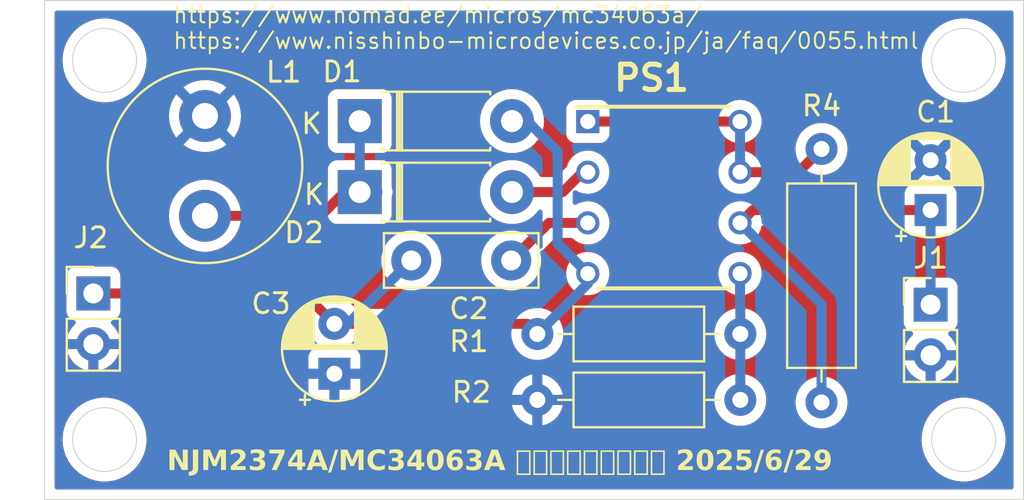
<source format=kicad_pcb>
(kicad_pcb (version 20240108) (generator "pcbnew") (generator_version "8.0")
  (layers (0 "F.Cu" signal) (31 "B.Cu" signal) (34 "B.Paste" user) (35 "F.Paste" user) (36 "B.SilkS" user "B.Silkscreen") (37 "F.SilkS" user "F.Silkscreen") (38 "B.Mask" user) (39 "F.Mask" user) (44 "Edge.Cuts" user))
  (net 0 "")
  (net 1 "Vin")
  (net 2 "GND")
  (net 3 "Vout")
  (net 4 "Net-(PS1-CT)")
  (net 5 "Net-(D1-K)")
  (net 6 "Net-(D2-A)")
  (net 7 "Net-(PS1-CD)")
  (net 8 "Net-(PS1-IN+)")
  (footprint "Resistor_THT:R_Axial_DIN0309_L9.0mm_D3.2mm_P12.70mm_Horizontal" (layer "F.Cu") (at 119.888 83.439 -90)
    (property "Reference" "R4" (at -2.159 0 180) (layer "F.SilkS"))
    (property "Value" "Rsc_0.56ohm/1W")
    (fp_line (start 1.73 1.72) (end 10.97 1.72) (stroke (width 0.12)) (layer "F.SilkS"))
    (fp_line (start 10.97 1.72) (end 10.97 -1.72) (stroke (width 0.12)) (layer "F.SilkS"))
    (fp_line (start 1.04 0) (end 1.73 0) (stroke (width 0.12)) (layer "F.SilkS"))
    (fp_line (start 11.66 0) (end 10.97 0) (stroke (width 0.12)) (layer "F.SilkS"))
    (fp_line (start 1.73 -1.72) (end 1.73 1.72) (stroke (width 0.12)) (layer "F.SilkS"))
    (fp_line (start 10.97 -1.72) (end 1.73 -1.72) (stroke (width 0.12)) (layer "F.SilkS"))
    (pad "1" thru_hole circle (at 0 0 270) (size 1.6 1.6) (drill 0.8) (layers "*.Cu" "*.Mask") (net 7 "Net-(PS1-CD)"))
    (pad "2" thru_hole oval (at 12.7 0 270) (size 1.6 1.6) (drill 0.8) (layers "*.Cu" "*.Mask") (net 1 "Vin"))
  )
  (footprint "Capacitor_THT:CP_Radial_D5.0mm_P2.50mm" (layer "F.Cu") (at 95.504 94.702 90)
    (property "Reference" "C3" (at 3.516 -3.175 0) (layer "F.SilkS"))
    (property "Value" "Co_1000uF/25V")
    (fp_line (start 1.29 -2.58) (end 1.29 2.58) (stroke (width 0.12)) (layer "F.SilkS"))
    (fp_line (start 1.25 -2.58) (end 1.25 2.58) (stroke (width 0.12)) (layer "F.SilkS"))
    (fp_line (start 1.33 -2.579) (end 1.33 2.579) (stroke (width 0.12)) (layer "F.SilkS"))
    (fp_line (start 1.37 -2.578) (end 1.37 2.578) (stroke (width 0.12)) (layer "F.SilkS"))
    (fp_line (start 1.41 -2.576) (end 1.41 2.576) (stroke (width 0.12)) (layer "F.SilkS"))
    (fp_line (start 1.45 -2.573) (end 1.45 2.573) (stroke (width 0.12)) (layer "F.SilkS"))
    (fp_line (start 1.49 -2.569) (end 1.49 -1.04) (stroke (width 0.12)) (layer "F.SilkS"))
    (fp_line (start 1.53 -2.565) (end 1.53 -1.04) (stroke (width 0.12)) (layer "F.SilkS"))
    (fp_line (start 1.57 -2.561) (end 1.57 -1.04) (stroke (width 0.12)) (layer "F.SilkS"))
    (fp_line (start 1.61 -2.556) (end 1.61 -1.04) (stroke (width 0.12)) (layer "F.SilkS"))
    (fp_line (start 1.65 -2.55) (end 1.65 -1.04) (stroke (width 0.12)) (layer "F.SilkS"))
    (fp_line (start 1.69 -2.543) (end 1.69 -1.04) (stroke (width 0.12)) (layer "F.SilkS"))
    (fp_line (start 1.73 -2.536) (end 1.73 -1.04) (stroke (width 0.12)) (layer "F.SilkS"))
    (fp_line (start 1.77 -2.528) (end 1.77 -1.04) (stroke (width 0.12)) (layer "F.SilkS"))
    (fp_line (start 1.81 -2.52) (end 1.81 -1.04) (stroke (width 0.12)) (layer "F.SilkS"))
    (fp_line (start 1.85 -2.511) (end 1.85 -1.04) (stroke (width 0.12)) (layer "F.SilkS"))
    (fp_line (start 1.89 -2.501) (end 1.89 -1.04) (stroke (width 0.12)) (layer "F.SilkS"))
    (fp_line (start 1.93 -2.491) (end 1.93 -1.04) (stroke (width 0.12)) (layer "F.SilkS"))
    (fp_line (start 1.971 -2.48) (end 1.971 -1.04) (stroke (width 0.12)) (layer "F.SilkS"))
    (fp_line (start 2.011 -2.468) (end 2.011 -1.04) (stroke (width 0.12)) (layer "F.SilkS"))
    (fp_line (start 2.051 -2.455) (end 2.051 -1.04) (stroke (width 0.12)) (layer "F.SilkS"))
    (fp_line (start 2.091 -2.442) (end 2.091 -1.04) (stroke (width 0.12)) (layer "F.SilkS"))
    (fp_line (start 2.131 -2.428) (end 2.131 -1.04) (stroke (width 0.12)) (layer "F.SilkS"))
    (fp_line (start 2.171 -2.414) (end 2.171 -1.04) (stroke (width 0.12)) (layer "F.SilkS"))
    (fp_line (start 2.211 -2.398) (end 2.211 -1.04) (stroke (width 0.12)) (layer "F.SilkS"))
    (fp_line (start 2.251 -2.382) (end 2.251 -1.04) (stroke (width 0.12)) (layer "F.SilkS"))
    (fp_line (start 2.291 -2.365) (end 2.291 -1.04) (stroke (width 0.12)) (layer "F.SilkS"))
    (fp_line (start 2.331 -2.348) (end 2.331 -1.04) (stroke (width 0.12)) (layer "F.SilkS"))
    (fp_line (start 2.371 -2.329) (end 2.371 -1.04) (stroke (width 0.12)) (layer "F.SilkS"))
    (fp_line (start 2.411 -2.31) (end 2.411 -1.04) (stroke (width 0.12)) (layer "F.SilkS"))
    (fp_line (start 2.451 -2.29) (end 2.451 -1.04) (stroke (width 0.12)) (layer "F.SilkS"))
    (fp_line (start 2.491 -2.268) (end 2.491 -1.04) (stroke (width 0.12)) (layer "F.SilkS"))
    (fp_line (start 2.531 -2.247) (end 2.531 -1.04) (stroke (width 0.12)) (layer "F.SilkS"))
    (fp_line (start 2.571 -2.224) (end 2.571 -1.04) (stroke (width 0.12)) (layer "F.SilkS"))
    (fp_line (start 2.611 -2.2) (end 2.611 -1.04) (stroke (width 0.12)) (layer "F.SilkS"))
    (fp_line (start 2.651 -2.175) (end 2.651 -1.04) (stroke (width 0.12)) (layer "F.SilkS"))
    (fp_line (start 2.691 -2.149) (end 2.691 -1.04) (stroke (width 0.12)) (layer "F.SilkS"))
    (fp_line (start 2.731 -2.122) (end 2.731 -1.04) (stroke (width 0.12)) (layer "F.SilkS"))
    (fp_line (start 2.771 -2.095) (end 2.771 -1.04) (stroke (width 0.12)) (layer "F.SilkS"))
    (fp_line (start 2.811 -2.065) (end 2.811 -1.04) (stroke (width 0.12)) (layer "F.SilkS"))
    (fp_line (start 2.851 -2.035) (end 2.851 -1.04) (stroke (width 0.12)) (layer "F.SilkS"))
    (fp_line (start 2.891 -2.004) (end 2.891 -1.04) (stroke (width 0.12)) (layer "F.SilkS"))
    (fp_line (start 2.931 -1.971) (end 2.931 -1.04) (stroke (width 0.12)) (layer "F.SilkS"))
    (fp_line (start 2.971 -1.937) (end 2.971 -1.04) (stroke (width 0.12)) (layer "F.SilkS"))
    (fp_line (start 3.011 -1.901) (end 3.011 -1.04) (stroke (width 0.12)) (layer "F.SilkS"))
    (fp_line (start 3.051 -1.864) (end 3.051 -1.04) (stroke (width 0.12)) (layer "F.SilkS"))
    (fp_line (start 3.091 -1.826) (end 3.091 -1.04) (stroke (width 0.12)) (layer "F.SilkS"))
    (fp_line (start 3.131 -1.785) (end 3.131 -1.04) (stroke (width 0.12)) (layer "F.SilkS"))
    (fp_line (start 3.171 -1.743) (end 3.171 -1.04) (stroke (width 0.12)) (layer "F.SilkS"))
    (fp_line (start -1.304775 -1.725) (end -1.304775 -1.225) (stroke (width 0.12)) (layer "F.SilkS"))
    (fp_line (start 3.211 -1.699) (end 3.211 -1.04) (stroke (width 0.12)) (layer "F.SilkS"))
    (fp_line (start 3.251 -1.653) (end 3.251 -1.04) (stroke (width 0.12)) (layer "F.SilkS"))
    (fp_line (start 3.291 -1.605) (end 3.291 -1.04) (stroke (width 0.12)) (layer "F.SilkS"))
    (fp_line (start 3.331 -1.554) (end 3.331 -1.04) (stroke (width 0.12)) (layer "F.SilkS"))
    (fp_line (start 3.371 -1.5) (end 3.371 -1.04) (stroke (width 0.12)) (layer "F.SilkS"))
    (fp_line (start -1.554775 -1.475) (end -1.054775 -1.475) (stroke (width 0.12)) (layer "F.SilkS"))
    (fp_line (start 3.411 -1.443) (end 3.411 -1.04) (stroke (width 0.12)) (layer "F.SilkS"))
    (fp_line (start 3.451 -1.383) (end 3.451 -1.04) (stroke (width 0.12)) (layer "F.SilkS"))
    (fp_line (start 3.491 -1.319) (end 3.491 -1.04) (stroke (width 0.12)) (layer "F.SilkS"))
    (fp_line (start 3.531 -1.251) (end 3.531 -1.04) (stroke (width 0.12)) (layer "F.SilkS"))
    (fp_line (start 3.571 -1.178) (end 3.571 1.178) (stroke (width 0.12)) (layer "F.SilkS"))
    (fp_line (start 3.611 -1.098) (end 3.611 1.098) (stroke (width 0.12)) (layer "F.SilkS"))
    (fp_line (start 3.651 -1.011) (end 3.651 1.011) (stroke (width 0.12)) (layer "F.SilkS"))
    (fp_line (start 3.691 -0.915) (end 3.691 0.915) (stroke (width 0.12)) (layer "F.SilkS"))
    (fp_line (start 3.731 -0.805) (end 3.731 0.805) (stroke (width 0.12)) (layer "F.SilkS"))
    (fp_line (start 3.771 -0.677) (end 3.771 0.677) (stroke (width 0.12)) (layer "F.SilkS"))
    (fp_line (start 3.811 -0.518) (end 3.811 0.518) (stroke (width 0.12)) (layer "F.SilkS"))
    (fp_line (start 3.851 -0.284) (end 3.851 0.284) (stroke (width 0.12)) (layer "F.SilkS"))
    (fp_line (start 3.531 1.04) (end 3.531 1.251) (stroke (width 0.12)) (layer "F.SilkS"))
    (fp_line (start 3.491 1.04) (end 3.491 1.319) (stroke (width 0.12)) (layer "F.SilkS"))
    (fp_line (start 3.451 1.04) (end 3.451 1.383) (stroke (width 0.12)) (layer "F.SilkS"))
    (fp_line (start 3.411 1.04) (end 3.411 1.443) (stroke (width 0.12)) (layer "F.SilkS"))
    (fp_line (start 3.371 1.04) (end 3.371 1.5) (stroke (width 0.12)) (layer "F.SilkS"))
    (fp_line (start 3.331 1.04) (end 3.331 1.554) (stroke (width 0.12)) (layer "F.SilkS"))
    (fp_line (start 3.291 1.04) (end 3.291 1.605) (stroke (width 0.12)) (layer "F.SilkS"))
    (fp_line (start 3.251 1.04) (end 3.251 1.653) (stroke (width 0.12)) (layer "F.SilkS"))
    (fp_line (start 3.211 1.04) (end 3.211 1.699) (stroke (width 0.12)) (layer "F.SilkS"))
    (fp_line (start 3.171 1.04) (end 3.171 1.743) (stroke (width 0.12)) (layer "F.SilkS"))
    (fp_line (start 3.131 1.04) (end 3.131 1.785) (stroke (width 0.12)) (layer "F.SilkS"))
    (fp_line (start 3.091 1.04) (end 3.091 1.826) (stroke (width 0.12)) (layer "F.SilkS"))
    (fp_line (start 3.051 1.04) (end 3.051 1.864) (stroke (width 0.12)) (layer "F.SilkS"))
    (fp_line (start 3.011 1.04) (end 3.011 1.901) (stroke (width 0.12)) (layer "F.SilkS"))
    (fp_line (start 2.971 1.04) (end 2.971 1.937) (stroke (width 0.12)) (layer "F.SilkS"))
    (fp_line (start 2.931 1.04) (end 2.931 1.971) (stroke (width 0.12)) (layer "F.SilkS"))
    (fp_line (start 2.891 1.04) (end 2.891 2.004) (stroke (width 0.12)) (layer "F.SilkS"))
    (fp_line (start 2.851 1.04) (end 2.851 2.035) (stroke (width 0.12)) (layer "F.SilkS"))
    (fp_line (start 2.811 1.04) (end 2.811 2.065) (stroke (width 0.12)) (layer "F.SilkS"))
    (fp_line (start 2.771 1.04) (end 2.771 2.095) (stroke (width 0.12)) (layer "F.SilkS"))
    (fp_line (start 2.731 1.04) (end 2.731 2.122) (stroke (width 0.12)) (layer "F.SilkS"))
    (fp_line (start 2.691 1.04) (end 2.691 2.149) (stroke (width 0.12)) (layer "F.SilkS"))
    (fp_line (start 2.651 1.04) (end 2.651 2.175) (stroke (width 0.12)) (layer "F.SilkS"))
    (fp_line (start 2.611 1.04) (end 2.611 2.2) (stroke (width 0.12)) (layer "F.SilkS"))
    (fp_line (start 2.571 1.04) (end 2.571 2.224) (stroke (width 0.12)) (layer "F.SilkS"))
    (fp_line (start 2.531 1.04) (end 2.531 2.247) (stroke (width 0.12)) (layer "F.SilkS"))
    (fp_line (start 2.491 1.04) (end 2.491 2.268) (stroke (width 0.12)) (layer "F.SilkS"))
    (fp_line (start 2.451 1.04) (end 2.451 2.29) (stroke (width 0.12)) (layer "F.SilkS"))
    (fp_line (start 2.411 1.04) (end 2.411 2.31) (stroke (width 0.12)) (layer "F.SilkS"))
    (fp_line (start 2.371 1.04) (end 2.371 2.329) (stroke (width 0.12)) (layer "F.SilkS"))
    (fp_line (start 2.331 1.04) (end 2.331 2.348) (stroke (width 0.12)) (layer "F.SilkS"))
    (fp_line (start 2.291 1.04) (end 2.291 2.365) (stroke (width 0.12)) (layer "F.SilkS"))
    (fp_line (start 2.251 1.04) (end 2.251 2.382) (stroke (width 0.12)) (layer "F.SilkS"))
    (fp_line (start 2.211 1.04) (end 2.211 2.398) (stroke (width 0.12)) (layer "F.SilkS"))
    (fp_line (start 2.171 1.04) (end 2.171 2.414) (stroke (width 0.12)) (layer "F.SilkS"))
    (fp_line (start 2.131 1.04) (end 2.131 2.428) (stroke (width 0.12)) (layer "F.SilkS"))
    (fp_line (start 2.091 1.04) (end 2.091 2.442) (stroke (width 0.12)) (layer "F.SilkS"))
    (fp_line (start 2.051 1.04) (end 2.051 2.455) (stroke (width 0.12)) (layer "F.SilkS"))
    (fp_line (start 2.011 1.04) (end 2.011 2.468) (stroke (width 0.12)) (layer "F.SilkS"))
    (fp_line (start 1.971 1.04) (end 1.971 2.48) (stroke (width 0.12)) (layer "F.SilkS"))
    (fp_line (start 1.93 1.04) (end 1.93 2.491) (stroke (width 0.12)) (layer "F.SilkS"))
    (fp_line (start 1.89 1.04) (end 1.89 2.501) (stroke (width 0.12)) (layer "F.SilkS"))
    (fp_line (start 1.85 1.04) (end 1.85 2.511) (stroke (width 0.12)) (layer "F.SilkS"))
    (fp_line (start 1.81 1.04) (end 1.81 2.52) (stroke (width 0.12)) (layer "F.SilkS"))
    (fp_line (start 1.77 1.04) (end 1.77 2.528) (stroke (width 0.12)) (layer "F.SilkS"))
    (fp_line (start 1.73 1.04) (end 1.73 2.536) (stroke (width 0.12)) (layer "F.SilkS"))
    (fp_line (start 1.69 1.04) (end 1.69 2.543) (stroke (width 0.12)) (layer "F.SilkS"))
    (fp_line (start 1.65 1.04) (end 1.65 2.55) (stroke (width 0.12)) (layer "F.SilkS"))
    (fp_line (start 1.61 1.04) (end 1.61 2.556) (stroke (width 0.12)) (layer "F.SilkS"))
    (fp_line (start 1.57 1.04) (end 1.57 2.561) (stroke (width 0.12)) (layer "F.SilkS"))
    (fp_line (start 1.53 1.04) (end 1.53 2.565) (stroke (width 0.12)) (layer "F.SilkS"))
    (fp_line (start 1.49 1.04) (end 1.49 2.569) (stroke (width 0.12)) (layer "F.SilkS"))
    (fp_circle (center 1.25 0) (end 3.87 0) (stroke (width 0.12)) (fill none) (layer "F.SilkS"))
    (pad "1" thru_hole rect (at 0 0 90) (size 1.6 1.6) (drill 0.8) (layers "*.Cu" "*.Mask") (net 2 "GND"))
    (pad "2" thru_hole circle (at 2.5 0 90) (size 1.6 1.6) (drill 0.8) (layers "*.Cu" "*.Mask") (net 3 "Vout"))
  )
  (footprint "Resistor_THT:R_Axial_DIN0207_L6.3mm_D2.5mm_P10.16mm_Horizontal" (layer "F.Cu") (at 105.664 92.71)
    (property "Reference" "R1" (at -3.429 0.381 0) (layer "F.SilkS"))
    (property "Value" "1.5K")
    (fp_line (start 1.04 0) (end 1.81 0) (stroke (width 0.12)) (layer "F.SilkS"))
    (fp_line (start 1.81 -1.37) (end 1.81 1.37) (stroke (width 0.12)) (layer "F.SilkS"))
    (fp_line (start 1.81 1.37) (end 8.35 1.37) (stroke (width 0.12)) (layer "F.SilkS"))
    (fp_line (start 8.35 -1.37) (end 1.81 -1.37) (stroke (width 0.12)) (layer "F.SilkS"))
    (fp_line (start 8.35 1.37) (end 8.35 -1.37) (stroke (width 0.12)) (layer "F.SilkS"))
    (fp_line (start 9.12 0) (end 8.35 0) (stroke (width 0.12)) (layer "F.SilkS"))
    (pad "1" thru_hole circle (at 0 0) (size 1.6 1.6) (drill 0.8) (layers "*.Cu" "*.Mask") (net 3 "Vout"))
    (pad "2" thru_hole oval (at 10.16 0) (size 1.6 1.6) (drill 0.8) (layers "*.Cu" "*.Mask") (net 8 "Net-(PS1-IN+)"))
  )
  (footprint "Diode_THT:D_DO-41_SOD81_P7.62mm_Horizontal" (layer "F.Cu") (at 96.774 82.042)
    (property "Reference" "D1" (at -0.889 -2.47 0) (layer "F.SilkS"))
    (property "Value" "D_Schottky")
    (fp_line (start 1.09 -1.47) (end 6.53 -1.47) (stroke (width 0.12)) (layer "F.SilkS"))
    (fp_line (start 1.09 -1.34) (end 1.09 -1.47) (stroke (width 0.12)) (layer "F.SilkS"))
    (fp_line (start 1.09 1.34) (end 1.09 1.47) (stroke (width 0.12)) (layer "F.SilkS"))
    (fp_line (start 1.09 1.47) (end 6.53 1.47) (stroke (width 0.12)) (layer "F.SilkS"))
    (fp_line (start 1.87 -1.47) (end 1.87 1.47) (stroke (width 0.12)) (layer "F.SilkS"))
    (fp_line (start 1.99 -1.47) (end 1.99 1.47) (stroke (width 0.12)) (layer "F.SilkS"))
    (fp_line (start 2.11 -1.47) (end 2.11 1.47) (stroke (width 0.12)) (layer "F.SilkS"))
    (fp_line (start 6.53 -1.47) (end 6.53 -1.34) (stroke (width 0.12)) (layer "F.SilkS"))
    (fp_line (start 6.53 1.47) (end 6.53 1.34) (stroke (width 0.12)) (layer "F.SilkS"))
    (fp_text user "K" (at -2.413 0.127 0) (layer "F.SilkS"))
    (pad "1" thru_hole rect (at 0 0) (size 2.2 2.2) (drill 1.1) (layers "*.Cu" "*.Mask") (net 5 "Net-(D1-K)"))
    (pad "2" thru_hole oval (at 7.62 0) (size 2.2 2.2) (drill 1.1) (layers "*.Cu" "*.Mask") (net 3 "Vout"))
  )
  (footprint "Connector_PinHeader_2.54mm:PinHeader_1x02_P2.54mm_Vertical" (layer "F.Cu") (at 83.439 90.678)
    (property "Reference" "J2" (at -0.127 -2.789 180) (layer "F.SilkS"))
    (property "Value" "Conn_01x02")
    (fp_line (start -1.33 -1.33) (end 0 -1.33) (stroke (width 0.12)) (layer "F.SilkS"))
    (fp_line (start -1.33 0) (end -1.33 -1.33) (stroke (width 0.12)) (layer "F.SilkS"))
    (fp_line (start -1.33 1.27) (end -1.33 3.87) (stroke (width 0.12)) (layer "F.SilkS"))
    (fp_line (start -1.33 1.27) (end 1.33 1.27) (stroke (width 0.12)) (layer "F.SilkS"))
    (fp_line (start -1.33 3.87) (end 1.33 3.87) (stroke (width 0.12)) (layer "F.SilkS"))
    (fp_line (start 1.33 1.27) (end 1.33 3.87) (stroke (width 0.12)) (layer "F.SilkS"))
    (pad "1" thru_hole rect (at 0 0) (size 1.7 1.7) (drill 1) (layers "*.Cu" "*.Mask") (net 3 "Vout"))
    (pad "2" thru_hole oval (at 0 2.54) (size 1.7 1.7) (drill 1) (layers "*.Cu" "*.Mask") (net 2 "GND"))
  )
  (footprint "Diode_THT:D_DO-41_SOD81_P7.62mm_Horizontal" (layer "F.Cu") (at 96.774 85.598)
    (property "Reference" "D2" (at -2.794 2.032 180) (layer "F.SilkS"))
    (property "Value" "D_Schottky")
    (fp_line (start 1.09 -1.47) (end 6.53 -1.47) (stroke (width 0.12)) (layer "F.SilkS"))
    (fp_line (start 1.09 -1.34) (end 1.09 -1.47) (stroke (width 0.12)) (layer "F.SilkS"))
    (fp_line (start 1.09 1.34) (end 1.09 1.47) (stroke (width 0.12)) (layer "F.SilkS"))
    (fp_line (start 1.09 1.47) (end 6.53 1.47) (stroke (width 0.12)) (layer "F.SilkS"))
    (fp_line (start 1.87 -1.47) (end 1.87 1.47) (stroke (width 0.12)) (layer "F.SilkS"))
    (fp_line (start 1.99 -1.47) (end 1.99 1.47) (stroke (width 0.12)) (layer "F.SilkS"))
    (fp_line (start 2.11 -1.47) (end 2.11 1.47) (stroke (width 0.12)) (layer "F.SilkS"))
    (fp_line (start 6.53 -1.47) (end 6.53 -1.34) (stroke (width 0.12)) (layer "F.SilkS"))
    (fp_line (start 6.53 1.47) (end 6.53 1.34) (stroke (width 0.12)) (layer "F.SilkS"))
    (fp_text user "K" (at -2.286 0.127 0) (layer "F.SilkS"))
    (pad "1" thru_hole rect (at 0 0) (size 2.2 2.2) (drill 1.1) (layers "*.Cu" "*.Mask") (net 5 "Net-(D1-K)"))
    (pad "2" thru_hole oval (at 7.62 0) (size 2.2 2.2) (drill 1.1) (layers "*.Cu" "*.Mask") (net 6 "Net-(D2-A)"))
  )
  (footprint "Resistor_THT:R_Axial_DIN0207_L6.3mm_D2.5mm_P10.16mm_Horizontal" (layer "F.Cu") (at 115.824 96.012 180)
    (property "Reference" "R2" (at 13.462 0.381 0) (layer "F.SilkS"))
    (property "Value" "13K")
    (fp_line (start 9.12 0) (end 8.35 0) (stroke (width 0.12)) (layer "F.SilkS"))
    (fp_line (start 8.35 1.37) (end 8.35 -1.37) (stroke (width 0.12)) (layer "F.SilkS"))
    (fp_line (start 8.35 -1.37) (end 1.81 -1.37) (stroke (width 0.12)) (layer "F.SilkS"))
    (fp_line (start 1.81 1.37) (end 8.35 1.37) (stroke (width 0.12)) (layer "F.SilkS"))
    (fp_line (start 1.81 -1.37) (end 1.81 1.37) (stroke (width 0.12)) (layer "F.SilkS"))
    (fp_line (start 1.04 0) (end 1.81 0) (stroke (width 0.12)) (layer "F.SilkS"))
    (pad "1" thru_hole circle (at 0 0 180) (size 1.6 1.6) (drill 0.8) (layers "*.Cu" "*.Mask") (net 8 "Net-(PS1-IN+)"))
    (pad "2" thru_hole oval (at 10.16 0 180) (size 1.6 1.6) (drill 0.8) (layers "*.Cu" "*.Mask") (net 2 "GND"))
  )
  (footprint "Capacitor_THT:CP_Radial_D5.0mm_P2.50mm" (layer "F.Cu") (at 125.349 86.5 90)
    (property "Reference" "C1" (at 4.913 0.254 180) (layer "F.SilkS"))
    (property "Value" "100uF/25V")
    (fp_line (start 1.29 -2.58) (end 1.29 2.58) (stroke (width 0.12)) (layer "F.SilkS"))
    (fp_line (start 1.25 -2.58) (end 1.25 2.58) (stroke (width 0.12)) (layer "F.SilkS"))
    (fp_line (start 1.33 -2.579) (end 1.33 2.579) (stroke (width 0.12)) (layer "F.SilkS"))
    (fp_line (start 1.37 -2.578) (end 1.37 2.578) (stroke (width 0.12)) (layer "F.SilkS"))
    (fp_line (start 1.41 -2.576) (end 1.41 2.576) (stroke (width 0.12)) (layer "F.SilkS"))
    (fp_line (start 1.45 -2.573) (end 1.45 2.573) (stroke (width 0.12)) (layer "F.SilkS"))
    (fp_line (start 1.49 -2.569) (end 1.49 -1.04) (stroke (width 0.12)) (layer "F.SilkS"))
    (fp_line (start 1.53 -2.565) (end 1.53 -1.04) (stroke (width 0.12)) (layer "F.SilkS"))
    (fp_line (start 1.57 -2.561) (end 1.57 -1.04) (stroke (width 0.12)) (layer "F.SilkS"))
    (fp_line (start 1.61 -2.556) (end 1.61 -1.04) (stroke (width 0.12)) (layer "F.SilkS"))
    (fp_line (start 1.65 -2.55) (end 1.65 -1.04) (stroke (width 0.12)) (layer "F.SilkS"))
    (fp_line (start 1.69 -2.543) (end 1.69 -1.04) (stroke (width 0.12)) (layer "F.SilkS"))
    (fp_line (start 1.73 -2.536) (end 1.73 -1.04) (stroke (width 0.12)) (layer "F.SilkS"))
    (fp_line (start 1.77 -2.528) (end 1.77 -1.04) (stroke (width 0.12)) (layer "F.SilkS"))
    (fp_line (start 1.81 -2.52) (end 1.81 -1.04) (stroke (width 0.12)) (layer "F.SilkS"))
    (fp_line (start 1.85 -2.511) (end 1.85 -1.04) (stroke (width 0.12)) (layer "F.SilkS"))
    (fp_line (start 1.89 -2.501) (end 1.89 -1.04) (stroke (width 0.12)) (layer "F.SilkS"))
    (fp_line (start 1.93 -2.491) (end 1.93 -1.04) (stroke (width 0.12)) (layer "F.SilkS"))
    (fp_line (start 1.971 -2.48) (end 1.971 -1.04) (stroke (width 0.12)) (layer "F.SilkS"))
    (fp_line (start 2.011 -2.468) (end 2.011 -1.04) (stroke (width 0.12)) (layer "F.SilkS"))
    (fp_line (start 2.051 -2.455) (end 2.051 -1.04) (stroke (width 0.12)) (layer "F.SilkS"))
    (fp_line (start 2.091 -2.442) (end 2.091 -1.04) (stroke (width 0.12)) (layer "F.SilkS"))
    (fp_line (start 2.131 -2.428) (end 2.131 -1.04) (stroke (width 0.12)) (layer "F.SilkS"))
    (fp_line (start 2.171 -2.414) (end 2.171 -1.04) (stroke (width 0.12)) (layer "F.SilkS"))
    (fp_line (start 2.211 -2.398) (end 2.211 -1.04) (stroke (width 0.12)) (layer "F.SilkS"))
    (fp_line (start 2.251 -2.382) (end 2.251 -1.04) (stroke (width 0.12)) (layer "F.SilkS"))
    (fp_line (start 2.291 -2.365) (end 2.291 -1.04) (stroke (width 0.12)) (layer "F.SilkS"))
    (fp_line (start 2.331 -2.348) (end 2.331 -1.04) (stroke (width 0.12)) (layer "F.SilkS"))
    (fp_line (start 2.371 -2.329) (end 2.371 -1.04) (stroke (width 0.12)) (layer "F.SilkS"))
    (fp_line (start 2.411 -2.31) (end 2.411 -1.04) (stroke (width 0.12)) (layer "F.SilkS"))
    (fp_line (start 2.451 -2.29) (end 2.451 -1.04) (stroke (width 0.12)) (layer "F.SilkS"))
    (fp_line (start 2.491 -2.268) (end 2.491 -1.04) (stroke (width 0.12)) (layer "F.SilkS"))
    (fp_line (start 2.531 -2.247) (end 2.531 -1.04) (stroke (width 0.12)) (layer "F.SilkS"))
    (fp_line (start 2.571 -2.224) (end 2.571 -1.04) (stroke (width 0.12)) (layer "F.SilkS"))
    (fp_line (start 2.611 -2.2) (end 2.611 -1.04) (stroke (width 0.12)) (layer "F.SilkS"))
    (fp_line (start 2.651 -2.175) (end 2.651 -1.04) (stroke (width 0.12)) (layer "F.SilkS"))
    (fp_line (start 2.691 -2.149) (end 2.691 -1.04) (stroke (width 0.12)) (layer "F.SilkS"))
    (fp_line (start 2.731 -2.122) (end 2.731 -1.04) (stroke (width 0.12)) (layer "F.SilkS"))
    (fp_line (start 2.771 -2.095) (end 2.771 -1.04) (stroke (width 0.12)) (layer "F.SilkS"))
    (fp_line (start 2.811 -2.065) (end 2.811 -1.04) (stroke (width 0.12)) (layer "F.SilkS"))
    (fp_line (start 2.851 -2.035) (end 2.851 -1.04) (stroke (width 0.12)) (layer "F.SilkS"))
    (fp_line (start 2.891 -2.004) (end 2.891 -1.04) (stroke (width 0.12)) (layer "F.SilkS"))
    (fp_line (start 2.931 -1.971) (end 2.931 -1.04) (stroke (width 0.12)) (layer "F.SilkS"))
    (fp_line (start 2.971 -1.937) (end 2.971 -1.04) (stroke (width 0.12)) (layer "F.SilkS"))
    (fp_line (start 3.011 -1.901) (end 3.011 -1.04) (stroke (width 0.12)) (layer "F.SilkS"))
    (fp_line (start 3.051 -1.864) (end 3.051 -1.04) (stroke (width 0.12)) (layer "F.SilkS"))
    (fp_line (start 3.091 -1.826) (end 3.091 -1.04) (stroke (width 0.12)) (layer "F.SilkS"))
    (fp_line (start 3.131 -1.785) (end 3.131 -1.04) (stroke (width 0.12)) (layer "F.SilkS"))
    (fp_line (start 3.171 -1.743) (end 3.171 -1.04) (stroke (width 0.12)) (layer "F.SilkS"))
    (fp_line (start -1.304775 -1.725) (end -1.304775 -1.225) (stroke (width 0.12)) (layer "F.SilkS"))
    (fp_line (start 3.211 -1.699) (end 3.211 -1.04) (stroke (width 0.12)) (layer "F.SilkS"))
    (fp_line (start 3.251 -1.653) (end 3.251 -1.04) (stroke (width 0.12)) (layer "F.SilkS"))
    (fp_line (start 3.291 -1.605) (end 3.291 -1.04) (stroke (width 0.12)) (layer "F.SilkS"))
    (fp_line (start 3.331 -1.554) (end 3.331 -1.04) (stroke (width 0.12)) (layer "F.SilkS"))
    (fp_line (start 3.371 -1.5) (end 3.371 -1.04) (stroke (width 0.12)) (layer "F.SilkS"))
    (fp_line (start -1.554775 -1.475) (end -1.054775 -1.475) (stroke (width 0.12)) (layer "F.SilkS"))
    (fp_line (start 3.411 -1.443) (end 3.411 -1.04) (stroke (width 0.12)) (layer "F.SilkS"))
    (fp_line (start 3.451 -1.383) (end 3.451 -1.04) (stroke (width 0.12)) (layer "F.SilkS"))
    (fp_line (start 3.491 -1.319) (end 3.491 -1.04) (stroke (width 0.12)) (layer "F.SilkS"))
    (fp_line (start 3.531 -1.251) (end 3.531 -1.04) (stroke (width 0.12)) (layer "F.SilkS"))
    (fp_line (start 3.571 -1.178) (end 3.571 1.178) (stroke (width 0.12)) (layer "F.SilkS"))
    (fp_line (start 3.611 -1.098) (end 3.611 1.098) (stroke (width 0.12)) (layer "F.SilkS"))
    (fp_line (start 3.651 -1.011) (end 3.651 1.011) (stroke (width 0.12)) (layer "F.SilkS"))
    (fp_line (start 3.691 -0.915) (end 3.691 0.915) (stroke (width 0.12)) (layer "F.SilkS"))
    (fp_line (start 3.731 -0.805) (end 3.731 0.805) (stroke (width 0.12)) (layer "F.SilkS"))
    (fp_line (start 3.771 -0.677) (end 3.771 0.677) (stroke (width 0.12)) (layer "F.SilkS"))
    (fp_line (start 3.811 -0.518) (end 3.811 0.518) (stroke (width 0.12)) (layer "F.SilkS"))
    (fp_line (start 3.851 -0.284) (end 3.851 0.284) (stroke (width 0.12)) (layer "F.SilkS"))
    (fp_line (start 3.531 1.04) (end 3.531 1.251) (stroke (width 0.12)) (layer "F.SilkS"))
    (fp_line (start 3.491 1.04) (end 3.491 1.319) (stroke (width 0.12)) (layer "F.SilkS"))
    (fp_line (start 3.451 1.04) (end 3.451 1.383) (stroke (width 0.12)) (layer "F.SilkS"))
    (fp_line (start 3.411 1.04) (end 3.411 1.443) (stroke (width 0.12)) (layer "F.SilkS"))
    (fp_line (start 3.371 1.04) (end 3.371 1.5) (stroke (width 0.12)) (layer "F.SilkS"))
    (fp_line (start 3.331 1.04) (end 3.331 1.554) (stroke (width 0.12)) (layer "F.SilkS"))
    (fp_line (start 3.291 1.04) (end 3.291 1.605) (stroke (width 0.12)) (layer "F.SilkS"))
    (fp_line (start 3.251 1.04) (end 3.251 1.653) (stroke (width 0.12)) (layer "F.SilkS"))
    (fp_line (start 3.211 1.04) (end 3.211 1.699) (stroke (width 0.12)) (layer "F.SilkS"))
    (fp_line (start 3.171 1.04) (end 3.171 1.743) (stroke (width 0.12)) (layer "F.SilkS"))
    (fp_line (start 3.131 1.04) (end 3.131 1.785) (stroke (width 0.12)) (layer "F.SilkS"))
    (fp_line (start 3.091 1.04) (end 3.091 1.826) (stroke (width 0.12)) (layer "F.SilkS"))
    (fp_line (start 3.051 1.04) (end 3.051 1.864) (stroke (width 0.12)) (layer "F.SilkS"))
    (fp_line (start 3.011 1.04) (end 3.011 1.901) (stroke (width 0.12)) (layer "F.SilkS"))
    (fp_line (start 2.971 1.04) (end 2.971 1.937) (stroke (width 0.12)) (layer "F.SilkS"))
    (fp_line (start 2.931 1.04) (end 2.931 1.971) (stroke (width 0.12)) (layer "F.SilkS"))
    (fp_line (start 2.891 1.04) (end 2.891 2.004) (stroke (width 0.12)) (layer "F.SilkS"))
    (fp_line (start 2.851 1.04) (end 2.851 2.035) (stroke (width 0.12)) (layer "F.SilkS"))
    (fp_line (start 2.811 1.04) (end 2.811 2.065) (stroke (width 0.12)) (layer "F.SilkS"))
    (fp_line (start 2.771 1.04) (end 2.771 2.095) (stroke (width 0.12)) (layer "F.SilkS"))
    (fp_line (start 2.731 1.04) (end 2.731 2.122) (stroke (width 0.12)) (layer "F.SilkS"))
    (fp_line (start 2.691 1.04) (end 2.691 2.149) (stroke (width 0.12)) (layer "F.SilkS"))
    (fp_line (start 2.651 1.04) (end 2.651 2.175) (stroke (width 0.12)) (layer "F.SilkS"))
    (fp_line (start 2.611 1.04) (end 2.611 2.2) (stroke (width 0.12)) (layer "F.SilkS"))
    (fp_line (start 2.571 1.04) (end 2.571 2.224) (stroke (width 0.12)) (layer "F.SilkS"))
    (fp_line (start 2.531 1.04) (end 2.531 2.247) (stroke (width 0.12)) (layer "F.SilkS"))
    (fp_line (start 2.491 1.04) (end 2.491 2.268) (stroke (width 0.12)) (layer "F.SilkS"))
    (fp_line (start 2.451 1.04) (end 2.451 2.29) (stroke (width 0.12)) (layer "F.SilkS"))
    (fp_line (start 2.411 1.04) (end 2.411 2.31) (stroke (width 0.12)) (layer "F.SilkS"))
    (fp_line (start 2.371 1.04) (end 2.371 2.329) (stroke (width 0.12)) (layer "F.SilkS"))
    (fp_line (start 2.331 1.04) (end 2.331 2.348) (stroke (width 0.12)) (layer "F.SilkS"))
    (fp_line (start 2.291 1.04) (end 2.291 2.365) (stroke (width 0.12)) (layer "F.SilkS"))
    (fp_line (start 2.251 1.04) (end 2.251 2.382) (stroke (width 0.12)) (layer "F.SilkS"))
    (fp_line (start 2.211 1.04) (end 2.211 2.398) (stroke (width 0.12)) (layer "F.SilkS"))
    (fp_line (start 2.171 1.04) (end 2.171 2.414) (stroke (width 0.12)) (layer "F.SilkS"))
    (fp_line (start 2.131 1.04) (end 2.131 2.428) (stroke (width 0.12)) (layer "F.SilkS"))
    (fp_line (start 2.091 1.04) (end 2.091 2.442) (stroke (width 0.12)) (layer "F.SilkS"))
    (fp_line (start 2.051 1.04) (end 2.051 2.455) (stroke (width 0.12)) (layer "F.SilkS"))
    (fp_line (start 2.011 1.04) (end 2.011 2.468) (stroke (width 0.12)) (layer "F.SilkS"))
    (fp_line (start 1.971 1.04) (end 1.971 2.48) (stroke (width 0.12)) (layer "F.SilkS"))
    (fp_line (start 1.93 1.04) (end 1.93 2.491) (stroke (width 0.12)) (layer "F.SilkS"))
    (fp_line (start 1.89 1.04) (end 1.89 2.501) (stroke (width 0.12)) (layer "F.SilkS"))
    (fp_line (start 1.85 1.04) (end 1.85 2.511) (stroke (width 0.12)) (layer "F.SilkS"))
    (fp_line (start 1.81 1.04) (end 1.81 2.52) (stroke (width 0.12)) (layer "F.SilkS"))
    (fp_line (start 1.77 1.04) (end 1.77 2.528) (stroke (width 0.12)) (layer "F.SilkS"))
    (fp_line (start 1.73 1.04) (end 1.73 2.536) (stroke (width 0.12)) (layer "F.SilkS"))
    (fp_line (start 1.69 1.04) (end 1.69 2.543) (stroke (width 0.12)) (layer "F.SilkS"))
    (fp_line (start 1.65 1.04) (end 1.65 2.55) (stroke (width 0.12)) (layer "F.SilkS"))
    (fp_line (start 1.61 1.04) (end 1.61 2.556) (stroke (width 0.12)) (layer "F.SilkS"))
    (fp_line (start 1.57 1.04) (end 1.57 2.561) (stroke (width 0.12)) (layer "F.SilkS"))
    (fp_line (start 1.53 1.04) (end 1.53 2.565) (stroke (width 0.12)) (layer "F.SilkS"))
    (fp_line (start 1.49 1.04) (end 1.49 2.569) (stroke (width 0.12)) (layer "F.SilkS"))
    (fp_circle (center 1.25 0) (end 3.87 0) (stroke (width 0.12)) (fill none) (layer "F.SilkS"))
    (pad "1" thru_hole rect (at 0 0 90) (size 1.6 1.6) (drill 0.8) (layers "*.Cu" "*.Mask") (net 1 "Vin"))
    (pad "2" thru_hole circle (at 2.5 0 90) (size 1.6 1.6) (drill 0.8) (layers "*.Cu" "*.Mask") (net 2 "GND"))
  )
  (footprint "Connector_PinHeader_2.54mm:PinHeader_1x02_P2.54mm_Vertical" (layer "F.Cu") (at 125.349 91.239)
    (property "Reference" "J1" (at 0 -2.33 0) (layer "F.SilkS"))
    (property "Value" "Conn_01x02")
    (fp_line (start -1.33 -1.33) (end 0 -1.33) (stroke (width 0.12)) (layer "F.SilkS"))
    (fp_line (start -1.33 0) (end -1.33 -1.33) (stroke (width 0.12)) (layer "F.SilkS"))
    (fp_line (start -1.33 1.27) (end -1.33 3.87) (stroke (width 0.12)) (layer "F.SilkS"))
    (fp_line (start -1.33 1.27) (end 1.33 1.27) (stroke (width 0.12)) (layer "F.SilkS"))
    (fp_line (start -1.33 3.87) (end 1.33 3.87) (stroke (width 0.12)) (layer "F.SilkS"))
    (fp_line (start 1.33 1.27) (end 1.33 3.87) (stroke (width 0.12)) (layer "F.SilkS"))
    (pad "1" thru_hole rect (at 0 0) (size 1.7 1.7) (drill 1) (layers "*.Cu" "*.Mask") (net 1 "Vin"))
    (pad "2" thru_hole oval (at 0 2.54) (size 1.7 1.7) (drill 1) (layers "*.Cu" "*.Mask") (net 2 "GND"))
  )
  (footprint "SamacSys_Parts:DIP762W56P254L880H425Q8N" (layer "F.Cu") (at 112 85.873)
    (property "Reference" "PS1" (at -0.621 -5.99 0) (layer "F.SilkS") (effects (font (size 1.27 1.27) (thickness 0.254))))
    (property "Value" "NJM2374AD" (hide yes))
    (fp_line (start -4.39 -4.55) (end 3.3 -4.55) (stroke (width 0.2)) (layer "F.SilkS"))
    (fp_line (start -3.3 4.55) (end 3.3 4.55) (stroke (width 0.2)) (layer "F.SilkS"))
    (pad "1" thru_hole rect (at -3.81 -3.81) (size 1.16 1.16) (drill 0.76) (layers "*.Cu" "*.Mask") (net 7 "Net-(PS1-CD)"))
    (pad "2" thru_hole circle (at -3.81 -1.27) (size 1.16 1.16) (drill 0.76) (layers "*.Cu" "*.Mask") (net 6 "Net-(D2-A)"))
    (pad "3" thru_hole circle (at -3.81 1.27) (size 1.16 1.16) (drill 0.76) (layers "*.Cu" "*.Mask") (net 4 "Net-(PS1-CT)"))
    (pad "4" thru_hole circle (at -3.81 3.81) (size 1.16 1.16) (drill 0.76) (layers "*.Cu" "*.Mask") (net 3 "Vout"))
    (pad "5" thru_hole circle (at 3.81 3.81) (size 1.16 1.16) (drill 0.76) (layers "*.Cu" "*.Mask") (net 8 "Net-(PS1-IN+)"))
    (pad "6" thru_hole circle (at 3.81 1.27) (size 1.16 1.16) (drill 0.76) (layers "*.Cu" "*.Mask") (net 1 "Vin"))
    (pad "7" thru_hole circle (at 3.81 -1.27) (size 1.16 1.16) (drill 0.76) (layers "*.Cu" "*.Mask") (net 7 "Net-(PS1-CD)"))
    (pad "8" thru_hole circle (at 3.81 -3.81) (size 1.16 1.16) (drill 0.76) (layers "*.Cu" "*.Mask") (net 7 "Net-(PS1-CD)"))
  )
  (footprint "Capacitor_THT:C_Disc_D7.5mm_W2.5mm_P5.00mm" (layer "F.Cu") (at 99.354 89.027)
    (property "Reference" "C2" (at 2.881 2.413 180) (layer "F.SilkS"))
    (property "Value" "Ct_480pF")
    (fp_line (start -1.37 -1.37) (end -1.37 1.37) (stroke (width 0.12)) (layer "F.SilkS"))
    (fp_line (start -1.37 -1.37) (end 6.37 -1.37) (stroke (width 0.12)) (layer "F.SilkS"))
    (fp_line (start -1.37 1.37) (end 6.37 1.37) (stroke (width 0.12)) (layer "F.SilkS"))
    (fp_line (start 6.37 -1.37) (end 6.37 1.37) (stroke (width 0.12)) (layer "F.SilkS"))
    (pad "1" thru_hole circle (at 0 0) (size 2 2) (drill 1) (layers "*.Cu" "*.Mask") (net 3 "Vout"))
    (pad "2" thru_hole circle (at 5 0) (size 2 2) (drill 1) (layers "*.Cu" "*.Mask") (net 4 "Net-(PS1-CT)"))
  )
  (footprint "Inductor_THT:L_Radial_D9.5mm_P5.00mm_Fastron_07HVP" (layer "F.Cu") (at 89.027 81.788 -90)
    (property "Reference" "L1" (at -2.199 -3.937 180) (layer "F.SilkS"))
    (property "Value" "200uH")
    (fp_circle (center 2.5 0) (end 7.37 0) (stroke (width 0.12)) (fill none) (layer "F.SilkS"))
    (pad "1" thru_hole circle (at 0 0 270) (size 2.6 2.6) (drill 1.3) (layers "*.Cu" "*.Mask") (net 2 "GND"))
    (pad "2" thru_hole circle (at 5 0 270) (size 2.6 2.6) (drill 1.3) (layers "*.Cu" "*.Mask") (net 5 "Net-(D1-K)"))
  )
  (gr_line (start 81 76) (end 126 76) (stroke (width 0.05)) (layer "Edge.Cuts"))
  (gr_line (start 130 101) (end 81 101) (stroke (width 0.05)) (layer "Edge.Cuts"))
  (gr_circle (center 127 79) (end 128.6 79) (stroke (width 0.05)) (fill none) (layer "Edge.Cuts"))
  (gr_circle (center 84 79) (end 85.6 79) (stroke (width 0.05)) (fill none) (layer "Edge.Cuts"))
  (gr_line (start 126 76) (end 130 76) (stroke (width 0.05)) (layer "Edge.Cuts"))
  (gr_circle (center 127 98) (end 128.6 98) (stroke (width 0.05)) (fill none) (layer "Edge.Cuts"))
  (gr_line (start 130 76) (end 130 101) (stroke (width 0.05)) (layer "Edge.Cuts"))
  (gr_circle (center 84 98) (end 85.6 98) (stroke (width 0.05)) (fill none) (layer "Edge.Cuts"))
  (gr_line (start 81 101) (end 81 76) (stroke (width 0.05)) (layer "Edge.Cuts"))
  (gr_text "NJM2374A/MC34063A 極性反転回路ボード 2025/6/29" (at 87.122 99.695 0) (layer "F.SilkS") (effects (font (size 1 1) (thickness 0.25) (bold yes)) (justify left bottom)))
  (gr_text "https://www.nomad.ee/micros/mc34063a/\nhttps://www.nisshinbo-microdevices.co.jp/ja/faq/0055.html" (at 87.376 78.486 0) (layer "F.SilkS") (effects (font (size 0.8 0.8) (thickness 0.1)) (justify left bottom)))
  (segment (start 125.349 86.5) (end 116.453 86.5) (width 0.5) (layer "F.Cu") (net 1))
  (segment (start 116.453 86.5) (end 115.81 87.143) (width 0.5) (layer "F.Cu") (net 1))
  (segment (start 125.349 91.239) (end 125.349 86.5) (width 0.5) (layer "B.Cu") (net 1))
  (segment (start 119.888 91.221) (end 119.888 96.139) (width 0.5) (layer "B.Cu") (net 1))
  (segment (start 115.81 87.143) (end 119.888 91.221) (width 0.5) (layer "B.Cu") (net 1))
  (segment (start 95.504 92.202) (end 105.156 92.202) (width 0.5) (layer "F.Cu") (net 3))
  (segment (start 93.98 90.678) (end 95.504 92.202) (width 0.5) (layer "F.Cu") (net 3))
  (segment (start 105.156 92.202) (end 105.664 92.71) (width 0.5) (layer "F.Cu") (net 3))
  (segment (start 83.439 90.678) (end 93.98 90.678) (width 0.5) (layer "F.Cu") (net 3))
  (segment (start 95.504 92.202) (end 96.179 92.202) (width 0.5) (layer "B.Cu") (net 3))
  (segment (start 106.68 88.173) (end 108.19 89.683) (width 0.5) (layer "B.Cu") (net 3))
  (segment (start 108.19 90.184) (end 108.19 89.683) (width 0.5) (layer "B.Cu") (net 3))
  (segment (start 96.179 92.202) (end 99.354 89.027) (width 0.5) (layer "B.Cu") (net 3))
  (segment (start 105.664 92.71) (end 108.19 90.184) (width 0.5) (layer "B.Cu") (net 3))
  (segment (start 106.68 83.566) (end 106.68 88.173) (width 0.5) (layer "B.Cu") (net 3))
  (segment (start 105.156 82.042) (end 106.68 83.566) (width 0.5) (layer "B.Cu") (net 3))
  (segment (start 106.238 87.143) (end 108.19 87.143) (width 0.5) (layer "F.Cu") (net 4))
  (segment (start 104.354 89.027) (end 106.238 87.143) (width 0.5) (layer "F.Cu") (net 4))
  (segment (start 89.027 86.788) (end 94.8213 86.788) (width 0.5) (layer "F.Cu") (net 5))
  (segment (start 97.663 85.598) (end 96.0113 85.598) (width 0.5) (layer "F.Cu") (net 5))
  (segment (start 94.8213 86.788) (end 96.0113 85.598) (width 0.5) (layer "F.Cu") (net 5))
  (segment (start 97.663 85.598) (end 96.774 84.709) (width 0.5) (layer "B.Cu") (net 5))
  (segment (start 96.774 84.709) (end 96.774 82.042) (width 0.5) (layer "B.Cu") (net 5))
  (segment (start 96.774 82.042) (end 97.536 82.042) (width 0.5) (layer "B.Cu") (net 5))
  (segment (start 107.9297 84.603) (end 106.9347 85.598) (width 0.5) (layer "F.Cu") (net 6))
  (segment (start 108.19 84.603) (end 107.9297 84.603) (width 0.5) (layer "F.Cu") (net 6))
  (segment (start 105.283 85.598) (end 106.9347 85.598) (width 0.5) (layer "F.Cu") (net 6))
  (segment (start 119.888 83.439) (end 118.724 84.603) (width 0.5) (layer "F.Cu") (net 7))
  (segment (start 118.724 84.603) (end 115.81 84.603) (width 0.5) (layer "F.Cu") (net 7))
  (segment (start 108.19 82.063) (end 115.81 82.063) (width 0.5) (layer "F.Cu") (net 7))
  (segment (start 115.81 82.063) (end 115.81 84.603) (width 0.5) (layer "B.Cu") (net 7))
  (segment (start 115.824 94.0354) (end 115.824 94.0353) (width 0.5) (layer "B.Cu") (net 8))
  (segment (start 115.824 94.0632) (end 115.824 94.0493) (width 0.5) (layer "B.Cu") (net 8))
  (segment (start 115.824 94.0353) (end 115.824 92.71) (width 0.5) (layer "B.Cu") (net 8))
  (segment (start 115.81 91.3443) (end 115.81 89.683) (width 0.5) (layer "B.Cu") (net 8))
  (segment (start 115.824 92.71) (end 115.824 91.3583) (width 0.5) (layer "B.Cu") (net 8))
  (segment (start 115.824 94.0493) (end 115.824 94.0354) (width 0.5) (layer "B.Cu") (net 8))
  (segment (start 115.824 94.347) (end 115.824 94.0912) (width 0.5) (layer "B.Cu") (net 8))
  (segment (start 115.824 94.0772) (end 115.824 94.0633) (width 0.5) (layer "B.Cu") (net 8))
  (segment (start 115.824 91.3583) (end 115.81 91.3443) (width 0.5) (layer "B.Cu") (net 8))
  (segment (start 115.824 94.3471) (end 115.824 94.347) (width 0.5) (layer "B.Cu") (net 8))
  (segment (start 115.824 94.0633) (end 115.824 94.0632) (width 0.5) (layer "B.Cu") (net 8))
  (segment (start 115.824 94.0912) (end 115.824 94.0773) (width 0.5) (layer "B.Cu") (net 8))
  (segment (start 115.824 96.012) (end 115.824 94.361) (width 0.5) (layer "B.Cu") (net 8))
  (segment (start 115.824 94.361) (end 115.824 94.3471) (width 0.5) (layer "B.Cu") (net 8))
  (segment (start 115.824 94.0773) (end 115.824 94.0772) (width 0.5) (layer "B.Cu") (net 8))
  (zone (net 2) (net_name "GND") (layers "F&B.Cu") (connect_pads (clearance 0.5)) (min_thickness 0.25) (fill yes (thermal_gap 0.5) (thermal_bridge_width 0.5))
    (polygon (pts (xy 81 76) (xy 130 76) (xy 130 101) (xy 81 101)))
  )
)
</source>
